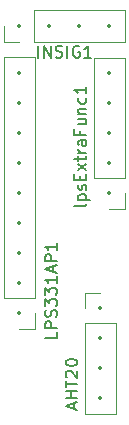
<source format=gto>
%TF.GenerationSoftware,KiCad,Pcbnew,8.0.5*%
%TF.CreationDate,2024-12-11T17:42:57+10:00*%
%TF.ProjectId,solarRadiationShield,736f6c61-7252-4616-9469-6174696f6e53,rev?*%
%TF.SameCoordinates,Original*%
%TF.FileFunction,Legend,Top*%
%TF.FilePolarity,Positive*%
%FSLAX46Y46*%
G04 Gerber Fmt 4.6, Leading zero omitted, Abs format (unit mm)*
G04 Created by KiCad (PCBNEW 8.0.5) date 2024-12-11 17:42:57*
%MOMM*%
%LPD*%
G01*
G04 APERTURE LIST*
%ADD10C,0.150000*%
%ADD11C,0.120000*%
%ADD12C,0.350000*%
G04 APERTURE END LIST*
D10*
X128185715Y-80429819D02*
X128185715Y-79429819D01*
X128661905Y-80429819D02*
X128661905Y-79429819D01*
X128661905Y-79429819D02*
X129233333Y-80429819D01*
X129233333Y-80429819D02*
X129233333Y-79429819D01*
X129661905Y-80382200D02*
X129804762Y-80429819D01*
X129804762Y-80429819D02*
X130042857Y-80429819D01*
X130042857Y-80429819D02*
X130138095Y-80382200D01*
X130138095Y-80382200D02*
X130185714Y-80334580D01*
X130185714Y-80334580D02*
X130233333Y-80239342D01*
X130233333Y-80239342D02*
X130233333Y-80144104D01*
X130233333Y-80144104D02*
X130185714Y-80048866D01*
X130185714Y-80048866D02*
X130138095Y-80001247D01*
X130138095Y-80001247D02*
X130042857Y-79953628D01*
X130042857Y-79953628D02*
X129852381Y-79906009D01*
X129852381Y-79906009D02*
X129757143Y-79858390D01*
X129757143Y-79858390D02*
X129709524Y-79810771D01*
X129709524Y-79810771D02*
X129661905Y-79715533D01*
X129661905Y-79715533D02*
X129661905Y-79620295D01*
X129661905Y-79620295D02*
X129709524Y-79525057D01*
X129709524Y-79525057D02*
X129757143Y-79477438D01*
X129757143Y-79477438D02*
X129852381Y-79429819D01*
X129852381Y-79429819D02*
X130090476Y-79429819D01*
X130090476Y-79429819D02*
X130233333Y-79477438D01*
X130661905Y-80429819D02*
X130661905Y-79429819D01*
X131661904Y-79477438D02*
X131566666Y-79429819D01*
X131566666Y-79429819D02*
X131423809Y-79429819D01*
X131423809Y-79429819D02*
X131280952Y-79477438D01*
X131280952Y-79477438D02*
X131185714Y-79572676D01*
X131185714Y-79572676D02*
X131138095Y-79667914D01*
X131138095Y-79667914D02*
X131090476Y-79858390D01*
X131090476Y-79858390D02*
X131090476Y-80001247D01*
X131090476Y-80001247D02*
X131138095Y-80191723D01*
X131138095Y-80191723D02*
X131185714Y-80286961D01*
X131185714Y-80286961D02*
X131280952Y-80382200D01*
X131280952Y-80382200D02*
X131423809Y-80429819D01*
X131423809Y-80429819D02*
X131519047Y-80429819D01*
X131519047Y-80429819D02*
X131661904Y-80382200D01*
X131661904Y-80382200D02*
X131709523Y-80334580D01*
X131709523Y-80334580D02*
X131709523Y-80001247D01*
X131709523Y-80001247D02*
X131519047Y-80001247D01*
X132661904Y-80429819D02*
X132090476Y-80429819D01*
X132376190Y-80429819D02*
X132376190Y-79429819D01*
X132376190Y-79429819D02*
X132280952Y-79572676D01*
X132280952Y-79572676D02*
X132185714Y-79667914D01*
X132185714Y-79667914D02*
X132090476Y-79715533D01*
X131219104Y-110170237D02*
X131219104Y-109694047D01*
X131504819Y-110265475D02*
X130504819Y-109932142D01*
X130504819Y-109932142D02*
X131504819Y-109598809D01*
X131504819Y-109265475D02*
X130504819Y-109265475D01*
X130981009Y-109265475D02*
X130981009Y-108694047D01*
X131504819Y-108694047D02*
X130504819Y-108694047D01*
X130504819Y-108360713D02*
X130504819Y-107789285D01*
X131504819Y-108074999D02*
X130504819Y-108074999D01*
X130600057Y-107503570D02*
X130552438Y-107455951D01*
X130552438Y-107455951D02*
X130504819Y-107360713D01*
X130504819Y-107360713D02*
X130504819Y-107122618D01*
X130504819Y-107122618D02*
X130552438Y-107027380D01*
X130552438Y-107027380D02*
X130600057Y-106979761D01*
X130600057Y-106979761D02*
X130695295Y-106932142D01*
X130695295Y-106932142D02*
X130790533Y-106932142D01*
X130790533Y-106932142D02*
X130933390Y-106979761D01*
X130933390Y-106979761D02*
X131504819Y-107551189D01*
X131504819Y-107551189D02*
X131504819Y-106932142D01*
X130504819Y-106313094D02*
X130504819Y-106217856D01*
X130504819Y-106217856D02*
X130552438Y-106122618D01*
X130552438Y-106122618D02*
X130600057Y-106074999D01*
X130600057Y-106074999D02*
X130695295Y-106027380D01*
X130695295Y-106027380D02*
X130885771Y-105979761D01*
X130885771Y-105979761D02*
X131123866Y-105979761D01*
X131123866Y-105979761D02*
X131314342Y-106027380D01*
X131314342Y-106027380D02*
X131409580Y-106074999D01*
X131409580Y-106074999D02*
X131457200Y-106122618D01*
X131457200Y-106122618D02*
X131504819Y-106217856D01*
X131504819Y-106217856D02*
X131504819Y-106313094D01*
X131504819Y-106313094D02*
X131457200Y-106408332D01*
X131457200Y-106408332D02*
X131409580Y-106455951D01*
X131409580Y-106455951D02*
X131314342Y-106503570D01*
X131314342Y-106503570D02*
X131123866Y-106551189D01*
X131123866Y-106551189D02*
X130885771Y-106551189D01*
X130885771Y-106551189D02*
X130695295Y-106503570D01*
X130695295Y-106503570D02*
X130600057Y-106455951D01*
X130600057Y-106455951D02*
X130552438Y-106408332D01*
X130552438Y-106408332D02*
X130504819Y-106313094D01*
X132254819Y-92855953D02*
X132207200Y-92951191D01*
X132207200Y-92951191D02*
X132111961Y-92998810D01*
X132111961Y-92998810D02*
X131254819Y-92998810D01*
X131588152Y-92475000D02*
X132588152Y-92475000D01*
X131635771Y-92475000D02*
X131588152Y-92379762D01*
X131588152Y-92379762D02*
X131588152Y-92189286D01*
X131588152Y-92189286D02*
X131635771Y-92094048D01*
X131635771Y-92094048D02*
X131683390Y-92046429D01*
X131683390Y-92046429D02*
X131778628Y-91998810D01*
X131778628Y-91998810D02*
X132064342Y-91998810D01*
X132064342Y-91998810D02*
X132159580Y-92046429D01*
X132159580Y-92046429D02*
X132207200Y-92094048D01*
X132207200Y-92094048D02*
X132254819Y-92189286D01*
X132254819Y-92189286D02*
X132254819Y-92379762D01*
X132254819Y-92379762D02*
X132207200Y-92475000D01*
X132207200Y-91617857D02*
X132254819Y-91522619D01*
X132254819Y-91522619D02*
X132254819Y-91332143D01*
X132254819Y-91332143D02*
X132207200Y-91236905D01*
X132207200Y-91236905D02*
X132111961Y-91189286D01*
X132111961Y-91189286D02*
X132064342Y-91189286D01*
X132064342Y-91189286D02*
X131969104Y-91236905D01*
X131969104Y-91236905D02*
X131921485Y-91332143D01*
X131921485Y-91332143D02*
X131921485Y-91475000D01*
X131921485Y-91475000D02*
X131873866Y-91570238D01*
X131873866Y-91570238D02*
X131778628Y-91617857D01*
X131778628Y-91617857D02*
X131731009Y-91617857D01*
X131731009Y-91617857D02*
X131635771Y-91570238D01*
X131635771Y-91570238D02*
X131588152Y-91475000D01*
X131588152Y-91475000D02*
X131588152Y-91332143D01*
X131588152Y-91332143D02*
X131635771Y-91236905D01*
X131731009Y-90760714D02*
X131731009Y-90427381D01*
X132254819Y-90284524D02*
X132254819Y-90760714D01*
X132254819Y-90760714D02*
X131254819Y-90760714D01*
X131254819Y-90760714D02*
X131254819Y-90284524D01*
X132254819Y-89951190D02*
X131588152Y-89427381D01*
X131588152Y-89951190D02*
X132254819Y-89427381D01*
X131588152Y-89189285D02*
X131588152Y-88808333D01*
X131254819Y-89046428D02*
X132111961Y-89046428D01*
X132111961Y-89046428D02*
X132207200Y-88998809D01*
X132207200Y-88998809D02*
X132254819Y-88903571D01*
X132254819Y-88903571D02*
X132254819Y-88808333D01*
X132254819Y-88474999D02*
X131588152Y-88474999D01*
X131778628Y-88474999D02*
X131683390Y-88427380D01*
X131683390Y-88427380D02*
X131635771Y-88379761D01*
X131635771Y-88379761D02*
X131588152Y-88284523D01*
X131588152Y-88284523D02*
X131588152Y-88189285D01*
X132254819Y-87427380D02*
X131731009Y-87427380D01*
X131731009Y-87427380D02*
X131635771Y-87474999D01*
X131635771Y-87474999D02*
X131588152Y-87570237D01*
X131588152Y-87570237D02*
X131588152Y-87760713D01*
X131588152Y-87760713D02*
X131635771Y-87855951D01*
X132207200Y-87427380D02*
X132254819Y-87522618D01*
X132254819Y-87522618D02*
X132254819Y-87760713D01*
X132254819Y-87760713D02*
X132207200Y-87855951D01*
X132207200Y-87855951D02*
X132111961Y-87903570D01*
X132111961Y-87903570D02*
X132016723Y-87903570D01*
X132016723Y-87903570D02*
X131921485Y-87855951D01*
X131921485Y-87855951D02*
X131873866Y-87760713D01*
X131873866Y-87760713D02*
X131873866Y-87522618D01*
X131873866Y-87522618D02*
X131826247Y-87427380D01*
X131731009Y-86617856D02*
X131731009Y-86951189D01*
X132254819Y-86951189D02*
X131254819Y-86951189D01*
X131254819Y-86951189D02*
X131254819Y-86474999D01*
X131588152Y-85665475D02*
X132254819Y-85665475D01*
X131588152Y-86094046D02*
X132111961Y-86094046D01*
X132111961Y-86094046D02*
X132207200Y-86046427D01*
X132207200Y-86046427D02*
X132254819Y-85951189D01*
X132254819Y-85951189D02*
X132254819Y-85808332D01*
X132254819Y-85808332D02*
X132207200Y-85713094D01*
X132207200Y-85713094D02*
X132159580Y-85665475D01*
X131588152Y-85189284D02*
X132254819Y-85189284D01*
X131683390Y-85189284D02*
X131635771Y-85141665D01*
X131635771Y-85141665D02*
X131588152Y-85046427D01*
X131588152Y-85046427D02*
X131588152Y-84903570D01*
X131588152Y-84903570D02*
X131635771Y-84808332D01*
X131635771Y-84808332D02*
X131731009Y-84760713D01*
X131731009Y-84760713D02*
X132254819Y-84760713D01*
X132207200Y-83855951D02*
X132254819Y-83951189D01*
X132254819Y-83951189D02*
X132254819Y-84141665D01*
X132254819Y-84141665D02*
X132207200Y-84236903D01*
X132207200Y-84236903D02*
X132159580Y-84284522D01*
X132159580Y-84284522D02*
X132064342Y-84332141D01*
X132064342Y-84332141D02*
X131778628Y-84332141D01*
X131778628Y-84332141D02*
X131683390Y-84284522D01*
X131683390Y-84284522D02*
X131635771Y-84236903D01*
X131635771Y-84236903D02*
X131588152Y-84141665D01*
X131588152Y-84141665D02*
X131588152Y-83951189D01*
X131588152Y-83951189D02*
X131635771Y-83855951D01*
X132254819Y-82903570D02*
X132254819Y-83474998D01*
X132254819Y-83189284D02*
X131254819Y-83189284D01*
X131254819Y-83189284D02*
X131397676Y-83284522D01*
X131397676Y-83284522D02*
X131492914Y-83379760D01*
X131492914Y-83379760D02*
X131540533Y-83474998D01*
X129754819Y-103675000D02*
X129754819Y-104151190D01*
X129754819Y-104151190D02*
X128754819Y-104151190D01*
X129754819Y-103341666D02*
X128754819Y-103341666D01*
X128754819Y-103341666D02*
X128754819Y-102960714D01*
X128754819Y-102960714D02*
X128802438Y-102865476D01*
X128802438Y-102865476D02*
X128850057Y-102817857D01*
X128850057Y-102817857D02*
X128945295Y-102770238D01*
X128945295Y-102770238D02*
X129088152Y-102770238D01*
X129088152Y-102770238D02*
X129183390Y-102817857D01*
X129183390Y-102817857D02*
X129231009Y-102865476D01*
X129231009Y-102865476D02*
X129278628Y-102960714D01*
X129278628Y-102960714D02*
X129278628Y-103341666D01*
X129707200Y-102389285D02*
X129754819Y-102246428D01*
X129754819Y-102246428D02*
X129754819Y-102008333D01*
X129754819Y-102008333D02*
X129707200Y-101913095D01*
X129707200Y-101913095D02*
X129659580Y-101865476D01*
X129659580Y-101865476D02*
X129564342Y-101817857D01*
X129564342Y-101817857D02*
X129469104Y-101817857D01*
X129469104Y-101817857D02*
X129373866Y-101865476D01*
X129373866Y-101865476D02*
X129326247Y-101913095D01*
X129326247Y-101913095D02*
X129278628Y-102008333D01*
X129278628Y-102008333D02*
X129231009Y-102198809D01*
X129231009Y-102198809D02*
X129183390Y-102294047D01*
X129183390Y-102294047D02*
X129135771Y-102341666D01*
X129135771Y-102341666D02*
X129040533Y-102389285D01*
X129040533Y-102389285D02*
X128945295Y-102389285D01*
X128945295Y-102389285D02*
X128850057Y-102341666D01*
X128850057Y-102341666D02*
X128802438Y-102294047D01*
X128802438Y-102294047D02*
X128754819Y-102198809D01*
X128754819Y-102198809D02*
X128754819Y-101960714D01*
X128754819Y-101960714D02*
X128802438Y-101817857D01*
X128754819Y-101484523D02*
X128754819Y-100865476D01*
X128754819Y-100865476D02*
X129135771Y-101198809D01*
X129135771Y-101198809D02*
X129135771Y-101055952D01*
X129135771Y-101055952D02*
X129183390Y-100960714D01*
X129183390Y-100960714D02*
X129231009Y-100913095D01*
X129231009Y-100913095D02*
X129326247Y-100865476D01*
X129326247Y-100865476D02*
X129564342Y-100865476D01*
X129564342Y-100865476D02*
X129659580Y-100913095D01*
X129659580Y-100913095D02*
X129707200Y-100960714D01*
X129707200Y-100960714D02*
X129754819Y-101055952D01*
X129754819Y-101055952D02*
X129754819Y-101341666D01*
X129754819Y-101341666D02*
X129707200Y-101436904D01*
X129707200Y-101436904D02*
X129659580Y-101484523D01*
X128754819Y-100532142D02*
X128754819Y-99913095D01*
X128754819Y-99913095D02*
X129135771Y-100246428D01*
X129135771Y-100246428D02*
X129135771Y-100103571D01*
X129135771Y-100103571D02*
X129183390Y-100008333D01*
X129183390Y-100008333D02*
X129231009Y-99960714D01*
X129231009Y-99960714D02*
X129326247Y-99913095D01*
X129326247Y-99913095D02*
X129564342Y-99913095D01*
X129564342Y-99913095D02*
X129659580Y-99960714D01*
X129659580Y-99960714D02*
X129707200Y-100008333D01*
X129707200Y-100008333D02*
X129754819Y-100103571D01*
X129754819Y-100103571D02*
X129754819Y-100389285D01*
X129754819Y-100389285D02*
X129707200Y-100484523D01*
X129707200Y-100484523D02*
X129659580Y-100532142D01*
X129754819Y-98960714D02*
X129754819Y-99532142D01*
X129754819Y-99246428D02*
X128754819Y-99246428D01*
X128754819Y-99246428D02*
X128897676Y-99341666D01*
X128897676Y-99341666D02*
X128992914Y-99436904D01*
X128992914Y-99436904D02*
X129040533Y-99532142D01*
X129469104Y-98579761D02*
X129469104Y-98103571D01*
X129754819Y-98674999D02*
X128754819Y-98341666D01*
X128754819Y-98341666D02*
X129754819Y-98008333D01*
X129754819Y-97674999D02*
X128754819Y-97674999D01*
X128754819Y-97674999D02*
X128754819Y-97294047D01*
X128754819Y-97294047D02*
X128802438Y-97198809D01*
X128802438Y-97198809D02*
X128850057Y-97151190D01*
X128850057Y-97151190D02*
X128945295Y-97103571D01*
X128945295Y-97103571D02*
X129088152Y-97103571D01*
X129088152Y-97103571D02*
X129183390Y-97151190D01*
X129183390Y-97151190D02*
X129231009Y-97198809D01*
X129231009Y-97198809D02*
X129278628Y-97294047D01*
X129278628Y-97294047D02*
X129278628Y-97674999D01*
X129754819Y-96151190D02*
X129754819Y-96722618D01*
X129754819Y-96436904D02*
X128754819Y-96436904D01*
X128754819Y-96436904D02*
X128897676Y-96532142D01*
X128897676Y-96532142D02*
X128992914Y-96627380D01*
X128992914Y-96627380D02*
X129040533Y-96722618D01*
D11*
%TO.C,INSIG1*%
X125270000Y-79105000D02*
X125270000Y-77775000D01*
X126600000Y-79105000D02*
X125270000Y-79105000D01*
X127870000Y-76445000D02*
X135550000Y-76445000D01*
X127870000Y-79105000D02*
X127870000Y-76445000D01*
X127870000Y-79105000D02*
X135550000Y-79105000D01*
X135550000Y-79105000D02*
X135550000Y-76445000D01*
%TO.C,AHT20*%
X132120000Y-100345000D02*
X133450000Y-100345000D01*
X132120000Y-101675000D02*
X132120000Y-100345000D01*
X132120000Y-102945000D02*
X132120000Y-110625000D01*
X132120000Y-102945000D02*
X134780000Y-102945000D01*
X132120000Y-110625000D02*
X134780000Y-110625000D01*
X134780000Y-102945000D02*
X134780000Y-110625000D01*
%TO.C,lpsExtraFunc1*%
X132870000Y-90655000D02*
X132870000Y-80435000D01*
X135530000Y-80435000D02*
X132870000Y-80435000D01*
X135530000Y-90655000D02*
X132870000Y-90655000D01*
X135530000Y-90655000D02*
X135530000Y-80435000D01*
X135530000Y-91925000D02*
X135530000Y-93255000D01*
X135530000Y-93255000D02*
X134200000Y-93255000D01*
%TO.C,LPS331AP1*%
X125270000Y-100805000D02*
X125270000Y-80425000D01*
X127930000Y-80425000D02*
X125270000Y-80425000D01*
X127930000Y-100805000D02*
X125270000Y-100805000D01*
X127930000Y-100805000D02*
X127930000Y-80425000D01*
X127930000Y-102075000D02*
X127930000Y-103405000D01*
X127930000Y-103405000D02*
X126600000Y-103405000D01*
%TD*%
D12*
X126600000Y-77775000D03*
X129140000Y-77775000D03*
X131680000Y-77775000D03*
X134220000Y-77775000D03*
X133450000Y-101675000D03*
X133450000Y-104215000D03*
X133450000Y-106755000D03*
X133450000Y-109295000D03*
X134200000Y-91925000D03*
X134200000Y-89385000D03*
X134200000Y-86845000D03*
X134200000Y-84305000D03*
X134200000Y-81765000D03*
X126600000Y-102075000D03*
X126600000Y-99535000D03*
X126600000Y-96995000D03*
X126600000Y-94455000D03*
X126600000Y-91915000D03*
X126600000Y-89375000D03*
X126600000Y-86835000D03*
X126600000Y-84295000D03*
X126600000Y-81755000D03*
M02*

</source>
